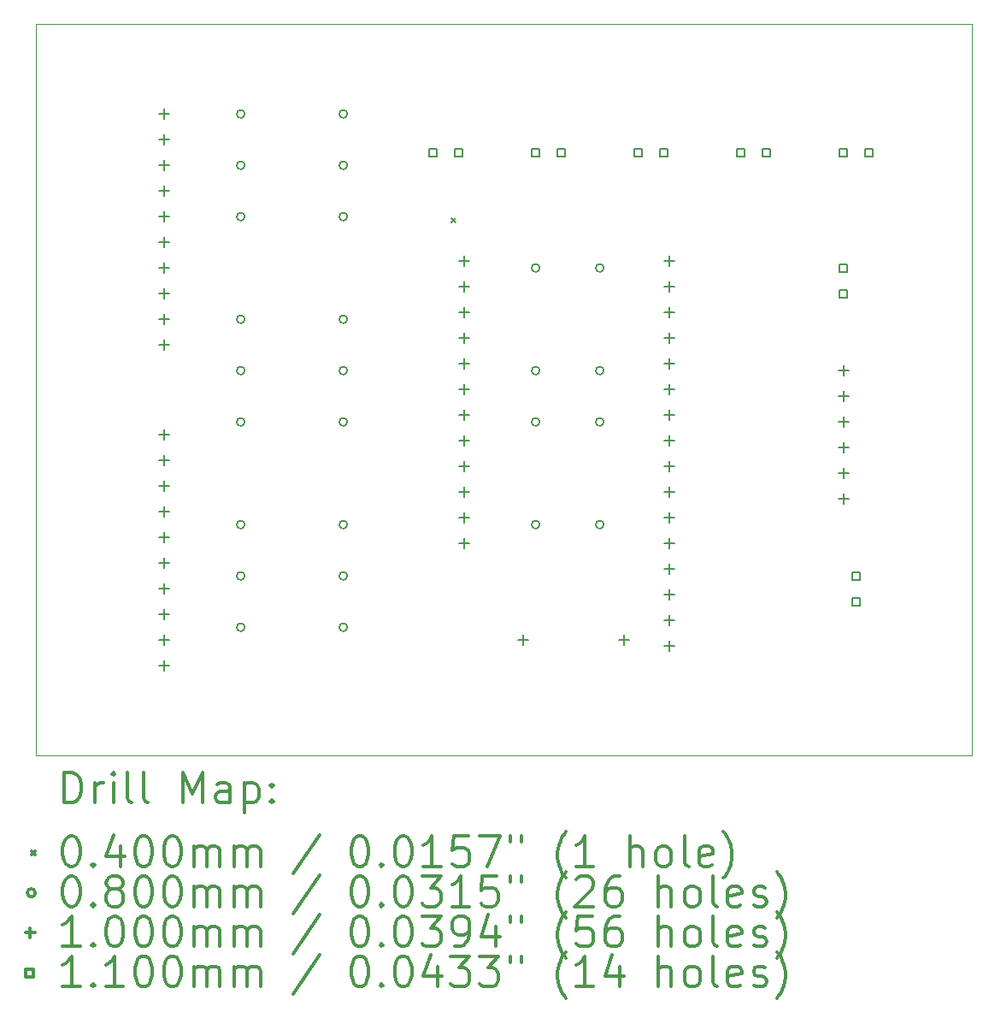
<source format=gbr>
%FSLAX45Y45*%
G04 Gerber Fmt 4.5, Leading zero omitted, Abs format (unit mm)*
G04 Created by KiCad (PCBNEW (5.1.10)-1) date 2021-06-12 21:44:27*
%MOMM*%
%LPD*%
G01*
G04 APERTURE LIST*
%TA.AperFunction,Profile*%
%ADD10C,0.050000*%
%TD*%
%ADD11C,0.200000*%
%ADD12C,0.300000*%
G04 APERTURE END LIST*
D10*
X9398000Y-12319000D02*
X9398000Y-5080000D01*
X18669000Y-12319000D02*
X9398000Y-12319000D01*
X18669000Y-5080000D02*
X18669000Y-12319000D01*
X9398000Y-5080000D02*
X18669000Y-5080000D01*
D11*
X13517340Y-7001400D02*
X13557340Y-7041400D01*
X13557340Y-7001400D02*
X13517340Y-7041400D01*
X11470000Y-5969000D02*
G75*
G03*
X11470000Y-5969000I-40000J0D01*
G01*
X11470000Y-6477000D02*
G75*
G03*
X11470000Y-6477000I-40000J0D01*
G01*
X11470000Y-6985000D02*
G75*
G03*
X11470000Y-6985000I-40000J0D01*
G01*
X11470000Y-8001000D02*
G75*
G03*
X11470000Y-8001000I-40000J0D01*
G01*
X11470000Y-8509000D02*
G75*
G03*
X11470000Y-8509000I-40000J0D01*
G01*
X11470000Y-9017000D02*
G75*
G03*
X11470000Y-9017000I-40000J0D01*
G01*
X11470000Y-10033000D02*
G75*
G03*
X11470000Y-10033000I-40000J0D01*
G01*
X11470000Y-10541000D02*
G75*
G03*
X11470000Y-10541000I-40000J0D01*
G01*
X11470000Y-11049000D02*
G75*
G03*
X11470000Y-11049000I-40000J0D01*
G01*
X12486000Y-5969000D02*
G75*
G03*
X12486000Y-5969000I-40000J0D01*
G01*
X12486000Y-6477000D02*
G75*
G03*
X12486000Y-6477000I-40000J0D01*
G01*
X12486000Y-6985000D02*
G75*
G03*
X12486000Y-6985000I-40000J0D01*
G01*
X12486000Y-8001000D02*
G75*
G03*
X12486000Y-8001000I-40000J0D01*
G01*
X12486000Y-8509000D02*
G75*
G03*
X12486000Y-8509000I-40000J0D01*
G01*
X12486000Y-9017000D02*
G75*
G03*
X12486000Y-9017000I-40000J0D01*
G01*
X12486000Y-10033000D02*
G75*
G03*
X12486000Y-10033000I-40000J0D01*
G01*
X12486000Y-10541000D02*
G75*
G03*
X12486000Y-10541000I-40000J0D01*
G01*
X12486000Y-11049000D02*
G75*
G03*
X12486000Y-11049000I-40000J0D01*
G01*
X14391000Y-7493000D02*
G75*
G03*
X14391000Y-7493000I-40000J0D01*
G01*
X14391000Y-8509000D02*
G75*
G03*
X14391000Y-8509000I-40000J0D01*
G01*
X14391000Y-9017000D02*
G75*
G03*
X14391000Y-9017000I-40000J0D01*
G01*
X14391000Y-10033000D02*
G75*
G03*
X14391000Y-10033000I-40000J0D01*
G01*
X15026000Y-7493000D02*
G75*
G03*
X15026000Y-7493000I-40000J0D01*
G01*
X15026000Y-8509000D02*
G75*
G03*
X15026000Y-8509000I-40000J0D01*
G01*
X15026000Y-9017000D02*
G75*
G03*
X15026000Y-9017000I-40000J0D01*
G01*
X15026000Y-10033000D02*
G75*
G03*
X15026000Y-10033000I-40000J0D01*
G01*
X10668000Y-5919000D02*
X10668000Y-6019000D01*
X10618000Y-5969000D02*
X10718000Y-5969000D01*
X10668000Y-6173000D02*
X10668000Y-6273000D01*
X10618000Y-6223000D02*
X10718000Y-6223000D01*
X10668000Y-6427000D02*
X10668000Y-6527000D01*
X10618000Y-6477000D02*
X10718000Y-6477000D01*
X10668000Y-6681000D02*
X10668000Y-6781000D01*
X10618000Y-6731000D02*
X10718000Y-6731000D01*
X10668000Y-6935000D02*
X10668000Y-7035000D01*
X10618000Y-6985000D02*
X10718000Y-6985000D01*
X10668000Y-7189000D02*
X10668000Y-7289000D01*
X10618000Y-7239000D02*
X10718000Y-7239000D01*
X10668000Y-7443000D02*
X10668000Y-7543000D01*
X10618000Y-7493000D02*
X10718000Y-7493000D01*
X10668000Y-7697000D02*
X10668000Y-7797000D01*
X10618000Y-7747000D02*
X10718000Y-7747000D01*
X10668000Y-7951000D02*
X10668000Y-8051000D01*
X10618000Y-8001000D02*
X10718000Y-8001000D01*
X10668000Y-8205000D02*
X10668000Y-8305000D01*
X10618000Y-8255000D02*
X10718000Y-8255000D01*
X10668000Y-9094000D02*
X10668000Y-9194000D01*
X10618000Y-9144000D02*
X10718000Y-9144000D01*
X10668000Y-9348000D02*
X10668000Y-9448000D01*
X10618000Y-9398000D02*
X10718000Y-9398000D01*
X10668000Y-9602000D02*
X10668000Y-9702000D01*
X10618000Y-9652000D02*
X10718000Y-9652000D01*
X10668000Y-9856000D02*
X10668000Y-9956000D01*
X10618000Y-9906000D02*
X10718000Y-9906000D01*
X10668000Y-10110000D02*
X10668000Y-10210000D01*
X10618000Y-10160000D02*
X10718000Y-10160000D01*
X10668000Y-10364000D02*
X10668000Y-10464000D01*
X10618000Y-10414000D02*
X10718000Y-10414000D01*
X10668000Y-10618000D02*
X10668000Y-10718000D01*
X10618000Y-10668000D02*
X10718000Y-10668000D01*
X10668000Y-10872000D02*
X10668000Y-10972000D01*
X10618000Y-10922000D02*
X10718000Y-10922000D01*
X10668000Y-11126000D02*
X10668000Y-11226000D01*
X10618000Y-11176000D02*
X10718000Y-11176000D01*
X10668000Y-11380000D02*
X10668000Y-11480000D01*
X10618000Y-11430000D02*
X10718000Y-11430000D01*
X13644500Y-7371500D02*
X13644500Y-7471500D01*
X13594500Y-7421500D02*
X13694500Y-7421500D01*
X13644500Y-7625500D02*
X13644500Y-7725500D01*
X13594500Y-7675500D02*
X13694500Y-7675500D01*
X13644500Y-7879500D02*
X13644500Y-7979500D01*
X13594500Y-7929500D02*
X13694500Y-7929500D01*
X13644500Y-8133500D02*
X13644500Y-8233500D01*
X13594500Y-8183500D02*
X13694500Y-8183500D01*
X13644500Y-8387500D02*
X13644500Y-8487500D01*
X13594500Y-8437500D02*
X13694500Y-8437500D01*
X13644500Y-8641500D02*
X13644500Y-8741500D01*
X13594500Y-8691500D02*
X13694500Y-8691500D01*
X13644500Y-8895500D02*
X13644500Y-8995500D01*
X13594500Y-8945500D02*
X13694500Y-8945500D01*
X13644500Y-9149500D02*
X13644500Y-9249500D01*
X13594500Y-9199500D02*
X13694500Y-9199500D01*
X13644500Y-9403500D02*
X13644500Y-9503500D01*
X13594500Y-9453500D02*
X13694500Y-9453500D01*
X13644500Y-9657500D02*
X13644500Y-9757500D01*
X13594500Y-9707500D02*
X13694500Y-9707500D01*
X13644500Y-9911500D02*
X13644500Y-10011500D01*
X13594500Y-9961500D02*
X13694500Y-9961500D01*
X13644500Y-10165500D02*
X13644500Y-10265500D01*
X13594500Y-10215500D02*
X13694500Y-10215500D01*
X14224000Y-11126000D02*
X14224000Y-11226000D01*
X14174000Y-11176000D02*
X14274000Y-11176000D01*
X15224000Y-11126000D02*
X15224000Y-11226000D01*
X15174000Y-11176000D02*
X15274000Y-11176000D01*
X15676500Y-7371500D02*
X15676500Y-7471500D01*
X15626500Y-7421500D02*
X15726500Y-7421500D01*
X15676500Y-7625500D02*
X15676500Y-7725500D01*
X15626500Y-7675500D02*
X15726500Y-7675500D01*
X15676500Y-7879500D02*
X15676500Y-7979500D01*
X15626500Y-7929500D02*
X15726500Y-7929500D01*
X15676500Y-8133500D02*
X15676500Y-8233500D01*
X15626500Y-8183500D02*
X15726500Y-8183500D01*
X15676500Y-8387500D02*
X15676500Y-8487500D01*
X15626500Y-8437500D02*
X15726500Y-8437500D01*
X15676500Y-8641500D02*
X15676500Y-8741500D01*
X15626500Y-8691500D02*
X15726500Y-8691500D01*
X15676500Y-8895500D02*
X15676500Y-8995500D01*
X15626500Y-8945500D02*
X15726500Y-8945500D01*
X15676500Y-9149500D02*
X15676500Y-9249500D01*
X15626500Y-9199500D02*
X15726500Y-9199500D01*
X15676500Y-9403500D02*
X15676500Y-9503500D01*
X15626500Y-9453500D02*
X15726500Y-9453500D01*
X15676500Y-9657500D02*
X15676500Y-9757500D01*
X15626500Y-9707500D02*
X15726500Y-9707500D01*
X15676500Y-9911500D02*
X15676500Y-10011500D01*
X15626500Y-9961500D02*
X15726500Y-9961500D01*
X15676500Y-10165500D02*
X15676500Y-10265500D01*
X15626500Y-10215500D02*
X15726500Y-10215500D01*
X15676500Y-10419500D02*
X15676500Y-10519500D01*
X15626500Y-10469500D02*
X15726500Y-10469500D01*
X15676500Y-10673500D02*
X15676500Y-10773500D01*
X15626500Y-10723500D02*
X15726500Y-10723500D01*
X15676500Y-10927500D02*
X15676500Y-11027500D01*
X15626500Y-10977500D02*
X15726500Y-10977500D01*
X15676500Y-11181500D02*
X15676500Y-11281500D01*
X15626500Y-11231500D02*
X15726500Y-11231500D01*
X17399000Y-8459000D02*
X17399000Y-8559000D01*
X17349000Y-8509000D02*
X17449000Y-8509000D01*
X17399000Y-8713000D02*
X17399000Y-8813000D01*
X17349000Y-8763000D02*
X17449000Y-8763000D01*
X17399000Y-8967000D02*
X17399000Y-9067000D01*
X17349000Y-9017000D02*
X17449000Y-9017000D01*
X17399000Y-9221000D02*
X17399000Y-9321000D01*
X17349000Y-9271000D02*
X17449000Y-9271000D01*
X17399000Y-9475000D02*
X17399000Y-9575000D01*
X17349000Y-9525000D02*
X17449000Y-9525000D01*
X17399000Y-9729000D02*
X17399000Y-9829000D01*
X17349000Y-9779000D02*
X17449000Y-9779000D01*
X13373891Y-6388891D02*
X13373891Y-6311109D01*
X13296109Y-6311109D01*
X13296109Y-6388891D01*
X13373891Y-6388891D01*
X13627891Y-6388891D02*
X13627891Y-6311109D01*
X13550109Y-6311109D01*
X13550109Y-6388891D01*
X13627891Y-6388891D01*
X14389891Y-6388891D02*
X14389891Y-6311109D01*
X14312109Y-6311109D01*
X14312109Y-6388891D01*
X14389891Y-6388891D01*
X14643891Y-6388891D02*
X14643891Y-6311109D01*
X14566109Y-6311109D01*
X14566109Y-6388891D01*
X14643891Y-6388891D01*
X15405891Y-6388891D02*
X15405891Y-6311109D01*
X15328109Y-6311109D01*
X15328109Y-6388891D01*
X15405891Y-6388891D01*
X15659891Y-6388891D02*
X15659891Y-6311109D01*
X15582109Y-6311109D01*
X15582109Y-6388891D01*
X15659891Y-6388891D01*
X16421891Y-6388891D02*
X16421891Y-6311109D01*
X16344109Y-6311109D01*
X16344109Y-6388891D01*
X16421891Y-6388891D01*
X16675891Y-6388891D02*
X16675891Y-6311109D01*
X16598109Y-6311109D01*
X16598109Y-6388891D01*
X16675891Y-6388891D01*
X17437891Y-6388891D02*
X17437891Y-6311109D01*
X17360109Y-6311109D01*
X17360109Y-6388891D01*
X17437891Y-6388891D01*
X17437891Y-7531891D02*
X17437891Y-7454109D01*
X17360109Y-7454109D01*
X17360109Y-7531891D01*
X17437891Y-7531891D01*
X17437891Y-7785891D02*
X17437891Y-7708109D01*
X17360109Y-7708109D01*
X17360109Y-7785891D01*
X17437891Y-7785891D01*
X17564891Y-10579891D02*
X17564891Y-10502109D01*
X17487109Y-10502109D01*
X17487109Y-10579891D01*
X17564891Y-10579891D01*
X17564891Y-10833891D02*
X17564891Y-10756109D01*
X17487109Y-10756109D01*
X17487109Y-10833891D01*
X17564891Y-10833891D01*
X17691891Y-6388891D02*
X17691891Y-6311109D01*
X17614109Y-6311109D01*
X17614109Y-6388891D01*
X17691891Y-6388891D01*
D12*
X9681928Y-12787214D02*
X9681928Y-12487214D01*
X9753357Y-12487214D01*
X9796214Y-12501500D01*
X9824786Y-12530071D01*
X9839071Y-12558643D01*
X9853357Y-12615786D01*
X9853357Y-12658643D01*
X9839071Y-12715786D01*
X9824786Y-12744357D01*
X9796214Y-12772929D01*
X9753357Y-12787214D01*
X9681928Y-12787214D01*
X9981928Y-12787214D02*
X9981928Y-12587214D01*
X9981928Y-12644357D02*
X9996214Y-12615786D01*
X10010500Y-12601500D01*
X10039071Y-12587214D01*
X10067643Y-12587214D01*
X10167643Y-12787214D02*
X10167643Y-12587214D01*
X10167643Y-12487214D02*
X10153357Y-12501500D01*
X10167643Y-12515786D01*
X10181928Y-12501500D01*
X10167643Y-12487214D01*
X10167643Y-12515786D01*
X10353357Y-12787214D02*
X10324786Y-12772929D01*
X10310500Y-12744357D01*
X10310500Y-12487214D01*
X10510500Y-12787214D02*
X10481928Y-12772929D01*
X10467643Y-12744357D01*
X10467643Y-12487214D01*
X10853357Y-12787214D02*
X10853357Y-12487214D01*
X10953357Y-12701500D01*
X11053357Y-12487214D01*
X11053357Y-12787214D01*
X11324786Y-12787214D02*
X11324786Y-12630071D01*
X11310500Y-12601500D01*
X11281928Y-12587214D01*
X11224786Y-12587214D01*
X11196214Y-12601500D01*
X11324786Y-12772929D02*
X11296214Y-12787214D01*
X11224786Y-12787214D01*
X11196214Y-12772929D01*
X11181928Y-12744357D01*
X11181928Y-12715786D01*
X11196214Y-12687214D01*
X11224786Y-12672929D01*
X11296214Y-12672929D01*
X11324786Y-12658643D01*
X11467643Y-12587214D02*
X11467643Y-12887214D01*
X11467643Y-12601500D02*
X11496214Y-12587214D01*
X11553357Y-12587214D01*
X11581928Y-12601500D01*
X11596214Y-12615786D01*
X11610500Y-12644357D01*
X11610500Y-12730071D01*
X11596214Y-12758643D01*
X11581928Y-12772929D01*
X11553357Y-12787214D01*
X11496214Y-12787214D01*
X11467643Y-12772929D01*
X11739071Y-12758643D02*
X11753357Y-12772929D01*
X11739071Y-12787214D01*
X11724786Y-12772929D01*
X11739071Y-12758643D01*
X11739071Y-12787214D01*
X11739071Y-12601500D02*
X11753357Y-12615786D01*
X11739071Y-12630071D01*
X11724786Y-12615786D01*
X11739071Y-12601500D01*
X11739071Y-12630071D01*
X9355500Y-13261500D02*
X9395500Y-13301500D01*
X9395500Y-13261500D02*
X9355500Y-13301500D01*
X9739071Y-13117214D02*
X9767643Y-13117214D01*
X9796214Y-13131500D01*
X9810500Y-13145786D01*
X9824786Y-13174357D01*
X9839071Y-13231500D01*
X9839071Y-13302929D01*
X9824786Y-13360071D01*
X9810500Y-13388643D01*
X9796214Y-13402929D01*
X9767643Y-13417214D01*
X9739071Y-13417214D01*
X9710500Y-13402929D01*
X9696214Y-13388643D01*
X9681928Y-13360071D01*
X9667643Y-13302929D01*
X9667643Y-13231500D01*
X9681928Y-13174357D01*
X9696214Y-13145786D01*
X9710500Y-13131500D01*
X9739071Y-13117214D01*
X9967643Y-13388643D02*
X9981928Y-13402929D01*
X9967643Y-13417214D01*
X9953357Y-13402929D01*
X9967643Y-13388643D01*
X9967643Y-13417214D01*
X10239071Y-13217214D02*
X10239071Y-13417214D01*
X10167643Y-13102929D02*
X10096214Y-13317214D01*
X10281928Y-13317214D01*
X10453357Y-13117214D02*
X10481928Y-13117214D01*
X10510500Y-13131500D01*
X10524786Y-13145786D01*
X10539071Y-13174357D01*
X10553357Y-13231500D01*
X10553357Y-13302929D01*
X10539071Y-13360071D01*
X10524786Y-13388643D01*
X10510500Y-13402929D01*
X10481928Y-13417214D01*
X10453357Y-13417214D01*
X10424786Y-13402929D01*
X10410500Y-13388643D01*
X10396214Y-13360071D01*
X10381928Y-13302929D01*
X10381928Y-13231500D01*
X10396214Y-13174357D01*
X10410500Y-13145786D01*
X10424786Y-13131500D01*
X10453357Y-13117214D01*
X10739071Y-13117214D02*
X10767643Y-13117214D01*
X10796214Y-13131500D01*
X10810500Y-13145786D01*
X10824786Y-13174357D01*
X10839071Y-13231500D01*
X10839071Y-13302929D01*
X10824786Y-13360071D01*
X10810500Y-13388643D01*
X10796214Y-13402929D01*
X10767643Y-13417214D01*
X10739071Y-13417214D01*
X10710500Y-13402929D01*
X10696214Y-13388643D01*
X10681928Y-13360071D01*
X10667643Y-13302929D01*
X10667643Y-13231500D01*
X10681928Y-13174357D01*
X10696214Y-13145786D01*
X10710500Y-13131500D01*
X10739071Y-13117214D01*
X10967643Y-13417214D02*
X10967643Y-13217214D01*
X10967643Y-13245786D02*
X10981928Y-13231500D01*
X11010500Y-13217214D01*
X11053357Y-13217214D01*
X11081928Y-13231500D01*
X11096214Y-13260071D01*
X11096214Y-13417214D01*
X11096214Y-13260071D02*
X11110500Y-13231500D01*
X11139071Y-13217214D01*
X11181928Y-13217214D01*
X11210500Y-13231500D01*
X11224786Y-13260071D01*
X11224786Y-13417214D01*
X11367643Y-13417214D02*
X11367643Y-13217214D01*
X11367643Y-13245786D02*
X11381928Y-13231500D01*
X11410500Y-13217214D01*
X11453357Y-13217214D01*
X11481928Y-13231500D01*
X11496214Y-13260071D01*
X11496214Y-13417214D01*
X11496214Y-13260071D02*
X11510500Y-13231500D01*
X11539071Y-13217214D01*
X11581928Y-13217214D01*
X11610500Y-13231500D01*
X11624786Y-13260071D01*
X11624786Y-13417214D01*
X12210500Y-13102929D02*
X11953357Y-13488643D01*
X12596214Y-13117214D02*
X12624786Y-13117214D01*
X12653357Y-13131500D01*
X12667643Y-13145786D01*
X12681928Y-13174357D01*
X12696214Y-13231500D01*
X12696214Y-13302929D01*
X12681928Y-13360071D01*
X12667643Y-13388643D01*
X12653357Y-13402929D01*
X12624786Y-13417214D01*
X12596214Y-13417214D01*
X12567643Y-13402929D01*
X12553357Y-13388643D01*
X12539071Y-13360071D01*
X12524786Y-13302929D01*
X12524786Y-13231500D01*
X12539071Y-13174357D01*
X12553357Y-13145786D01*
X12567643Y-13131500D01*
X12596214Y-13117214D01*
X12824786Y-13388643D02*
X12839071Y-13402929D01*
X12824786Y-13417214D01*
X12810500Y-13402929D01*
X12824786Y-13388643D01*
X12824786Y-13417214D01*
X13024786Y-13117214D02*
X13053357Y-13117214D01*
X13081928Y-13131500D01*
X13096214Y-13145786D01*
X13110500Y-13174357D01*
X13124786Y-13231500D01*
X13124786Y-13302929D01*
X13110500Y-13360071D01*
X13096214Y-13388643D01*
X13081928Y-13402929D01*
X13053357Y-13417214D01*
X13024786Y-13417214D01*
X12996214Y-13402929D01*
X12981928Y-13388643D01*
X12967643Y-13360071D01*
X12953357Y-13302929D01*
X12953357Y-13231500D01*
X12967643Y-13174357D01*
X12981928Y-13145786D01*
X12996214Y-13131500D01*
X13024786Y-13117214D01*
X13410500Y-13417214D02*
X13239071Y-13417214D01*
X13324786Y-13417214D02*
X13324786Y-13117214D01*
X13296214Y-13160071D01*
X13267643Y-13188643D01*
X13239071Y-13202929D01*
X13681928Y-13117214D02*
X13539071Y-13117214D01*
X13524786Y-13260071D01*
X13539071Y-13245786D01*
X13567643Y-13231500D01*
X13639071Y-13231500D01*
X13667643Y-13245786D01*
X13681928Y-13260071D01*
X13696214Y-13288643D01*
X13696214Y-13360071D01*
X13681928Y-13388643D01*
X13667643Y-13402929D01*
X13639071Y-13417214D01*
X13567643Y-13417214D01*
X13539071Y-13402929D01*
X13524786Y-13388643D01*
X13796214Y-13117214D02*
X13996214Y-13117214D01*
X13867643Y-13417214D01*
X14096214Y-13117214D02*
X14096214Y-13174357D01*
X14210500Y-13117214D02*
X14210500Y-13174357D01*
X14653357Y-13531500D02*
X14639071Y-13517214D01*
X14610500Y-13474357D01*
X14596214Y-13445786D01*
X14581928Y-13402929D01*
X14567643Y-13331500D01*
X14567643Y-13274357D01*
X14581928Y-13202929D01*
X14596214Y-13160071D01*
X14610500Y-13131500D01*
X14639071Y-13088643D01*
X14653357Y-13074357D01*
X14924786Y-13417214D02*
X14753357Y-13417214D01*
X14839071Y-13417214D02*
X14839071Y-13117214D01*
X14810500Y-13160071D01*
X14781928Y-13188643D01*
X14753357Y-13202929D01*
X15281928Y-13417214D02*
X15281928Y-13117214D01*
X15410500Y-13417214D02*
X15410500Y-13260071D01*
X15396214Y-13231500D01*
X15367643Y-13217214D01*
X15324786Y-13217214D01*
X15296214Y-13231500D01*
X15281928Y-13245786D01*
X15596214Y-13417214D02*
X15567643Y-13402929D01*
X15553357Y-13388643D01*
X15539071Y-13360071D01*
X15539071Y-13274357D01*
X15553357Y-13245786D01*
X15567643Y-13231500D01*
X15596214Y-13217214D01*
X15639071Y-13217214D01*
X15667643Y-13231500D01*
X15681928Y-13245786D01*
X15696214Y-13274357D01*
X15696214Y-13360071D01*
X15681928Y-13388643D01*
X15667643Y-13402929D01*
X15639071Y-13417214D01*
X15596214Y-13417214D01*
X15867643Y-13417214D02*
X15839071Y-13402929D01*
X15824786Y-13374357D01*
X15824786Y-13117214D01*
X16096214Y-13402929D02*
X16067643Y-13417214D01*
X16010500Y-13417214D01*
X15981928Y-13402929D01*
X15967643Y-13374357D01*
X15967643Y-13260071D01*
X15981928Y-13231500D01*
X16010500Y-13217214D01*
X16067643Y-13217214D01*
X16096214Y-13231500D01*
X16110500Y-13260071D01*
X16110500Y-13288643D01*
X15967643Y-13317214D01*
X16210500Y-13531500D02*
X16224786Y-13517214D01*
X16253357Y-13474357D01*
X16267643Y-13445786D01*
X16281928Y-13402929D01*
X16296214Y-13331500D01*
X16296214Y-13274357D01*
X16281928Y-13202929D01*
X16267643Y-13160071D01*
X16253357Y-13131500D01*
X16224786Y-13088643D01*
X16210500Y-13074357D01*
X9395500Y-13677500D02*
G75*
G03*
X9395500Y-13677500I-40000J0D01*
G01*
X9739071Y-13513214D02*
X9767643Y-13513214D01*
X9796214Y-13527500D01*
X9810500Y-13541786D01*
X9824786Y-13570357D01*
X9839071Y-13627500D01*
X9839071Y-13698929D01*
X9824786Y-13756071D01*
X9810500Y-13784643D01*
X9796214Y-13798929D01*
X9767643Y-13813214D01*
X9739071Y-13813214D01*
X9710500Y-13798929D01*
X9696214Y-13784643D01*
X9681928Y-13756071D01*
X9667643Y-13698929D01*
X9667643Y-13627500D01*
X9681928Y-13570357D01*
X9696214Y-13541786D01*
X9710500Y-13527500D01*
X9739071Y-13513214D01*
X9967643Y-13784643D02*
X9981928Y-13798929D01*
X9967643Y-13813214D01*
X9953357Y-13798929D01*
X9967643Y-13784643D01*
X9967643Y-13813214D01*
X10153357Y-13641786D02*
X10124786Y-13627500D01*
X10110500Y-13613214D01*
X10096214Y-13584643D01*
X10096214Y-13570357D01*
X10110500Y-13541786D01*
X10124786Y-13527500D01*
X10153357Y-13513214D01*
X10210500Y-13513214D01*
X10239071Y-13527500D01*
X10253357Y-13541786D01*
X10267643Y-13570357D01*
X10267643Y-13584643D01*
X10253357Y-13613214D01*
X10239071Y-13627500D01*
X10210500Y-13641786D01*
X10153357Y-13641786D01*
X10124786Y-13656071D01*
X10110500Y-13670357D01*
X10096214Y-13698929D01*
X10096214Y-13756071D01*
X10110500Y-13784643D01*
X10124786Y-13798929D01*
X10153357Y-13813214D01*
X10210500Y-13813214D01*
X10239071Y-13798929D01*
X10253357Y-13784643D01*
X10267643Y-13756071D01*
X10267643Y-13698929D01*
X10253357Y-13670357D01*
X10239071Y-13656071D01*
X10210500Y-13641786D01*
X10453357Y-13513214D02*
X10481928Y-13513214D01*
X10510500Y-13527500D01*
X10524786Y-13541786D01*
X10539071Y-13570357D01*
X10553357Y-13627500D01*
X10553357Y-13698929D01*
X10539071Y-13756071D01*
X10524786Y-13784643D01*
X10510500Y-13798929D01*
X10481928Y-13813214D01*
X10453357Y-13813214D01*
X10424786Y-13798929D01*
X10410500Y-13784643D01*
X10396214Y-13756071D01*
X10381928Y-13698929D01*
X10381928Y-13627500D01*
X10396214Y-13570357D01*
X10410500Y-13541786D01*
X10424786Y-13527500D01*
X10453357Y-13513214D01*
X10739071Y-13513214D02*
X10767643Y-13513214D01*
X10796214Y-13527500D01*
X10810500Y-13541786D01*
X10824786Y-13570357D01*
X10839071Y-13627500D01*
X10839071Y-13698929D01*
X10824786Y-13756071D01*
X10810500Y-13784643D01*
X10796214Y-13798929D01*
X10767643Y-13813214D01*
X10739071Y-13813214D01*
X10710500Y-13798929D01*
X10696214Y-13784643D01*
X10681928Y-13756071D01*
X10667643Y-13698929D01*
X10667643Y-13627500D01*
X10681928Y-13570357D01*
X10696214Y-13541786D01*
X10710500Y-13527500D01*
X10739071Y-13513214D01*
X10967643Y-13813214D02*
X10967643Y-13613214D01*
X10967643Y-13641786D02*
X10981928Y-13627500D01*
X11010500Y-13613214D01*
X11053357Y-13613214D01*
X11081928Y-13627500D01*
X11096214Y-13656071D01*
X11096214Y-13813214D01*
X11096214Y-13656071D02*
X11110500Y-13627500D01*
X11139071Y-13613214D01*
X11181928Y-13613214D01*
X11210500Y-13627500D01*
X11224786Y-13656071D01*
X11224786Y-13813214D01*
X11367643Y-13813214D02*
X11367643Y-13613214D01*
X11367643Y-13641786D02*
X11381928Y-13627500D01*
X11410500Y-13613214D01*
X11453357Y-13613214D01*
X11481928Y-13627500D01*
X11496214Y-13656071D01*
X11496214Y-13813214D01*
X11496214Y-13656071D02*
X11510500Y-13627500D01*
X11539071Y-13613214D01*
X11581928Y-13613214D01*
X11610500Y-13627500D01*
X11624786Y-13656071D01*
X11624786Y-13813214D01*
X12210500Y-13498929D02*
X11953357Y-13884643D01*
X12596214Y-13513214D02*
X12624786Y-13513214D01*
X12653357Y-13527500D01*
X12667643Y-13541786D01*
X12681928Y-13570357D01*
X12696214Y-13627500D01*
X12696214Y-13698929D01*
X12681928Y-13756071D01*
X12667643Y-13784643D01*
X12653357Y-13798929D01*
X12624786Y-13813214D01*
X12596214Y-13813214D01*
X12567643Y-13798929D01*
X12553357Y-13784643D01*
X12539071Y-13756071D01*
X12524786Y-13698929D01*
X12524786Y-13627500D01*
X12539071Y-13570357D01*
X12553357Y-13541786D01*
X12567643Y-13527500D01*
X12596214Y-13513214D01*
X12824786Y-13784643D02*
X12839071Y-13798929D01*
X12824786Y-13813214D01*
X12810500Y-13798929D01*
X12824786Y-13784643D01*
X12824786Y-13813214D01*
X13024786Y-13513214D02*
X13053357Y-13513214D01*
X13081928Y-13527500D01*
X13096214Y-13541786D01*
X13110500Y-13570357D01*
X13124786Y-13627500D01*
X13124786Y-13698929D01*
X13110500Y-13756071D01*
X13096214Y-13784643D01*
X13081928Y-13798929D01*
X13053357Y-13813214D01*
X13024786Y-13813214D01*
X12996214Y-13798929D01*
X12981928Y-13784643D01*
X12967643Y-13756071D01*
X12953357Y-13698929D01*
X12953357Y-13627500D01*
X12967643Y-13570357D01*
X12981928Y-13541786D01*
X12996214Y-13527500D01*
X13024786Y-13513214D01*
X13224786Y-13513214D02*
X13410500Y-13513214D01*
X13310500Y-13627500D01*
X13353357Y-13627500D01*
X13381928Y-13641786D01*
X13396214Y-13656071D01*
X13410500Y-13684643D01*
X13410500Y-13756071D01*
X13396214Y-13784643D01*
X13381928Y-13798929D01*
X13353357Y-13813214D01*
X13267643Y-13813214D01*
X13239071Y-13798929D01*
X13224786Y-13784643D01*
X13696214Y-13813214D02*
X13524786Y-13813214D01*
X13610500Y-13813214D02*
X13610500Y-13513214D01*
X13581928Y-13556071D01*
X13553357Y-13584643D01*
X13524786Y-13598929D01*
X13967643Y-13513214D02*
X13824786Y-13513214D01*
X13810500Y-13656071D01*
X13824786Y-13641786D01*
X13853357Y-13627500D01*
X13924786Y-13627500D01*
X13953357Y-13641786D01*
X13967643Y-13656071D01*
X13981928Y-13684643D01*
X13981928Y-13756071D01*
X13967643Y-13784643D01*
X13953357Y-13798929D01*
X13924786Y-13813214D01*
X13853357Y-13813214D01*
X13824786Y-13798929D01*
X13810500Y-13784643D01*
X14096214Y-13513214D02*
X14096214Y-13570357D01*
X14210500Y-13513214D02*
X14210500Y-13570357D01*
X14653357Y-13927500D02*
X14639071Y-13913214D01*
X14610500Y-13870357D01*
X14596214Y-13841786D01*
X14581928Y-13798929D01*
X14567643Y-13727500D01*
X14567643Y-13670357D01*
X14581928Y-13598929D01*
X14596214Y-13556071D01*
X14610500Y-13527500D01*
X14639071Y-13484643D01*
X14653357Y-13470357D01*
X14753357Y-13541786D02*
X14767643Y-13527500D01*
X14796214Y-13513214D01*
X14867643Y-13513214D01*
X14896214Y-13527500D01*
X14910500Y-13541786D01*
X14924786Y-13570357D01*
X14924786Y-13598929D01*
X14910500Y-13641786D01*
X14739071Y-13813214D01*
X14924786Y-13813214D01*
X15181928Y-13513214D02*
X15124786Y-13513214D01*
X15096214Y-13527500D01*
X15081928Y-13541786D01*
X15053357Y-13584643D01*
X15039071Y-13641786D01*
X15039071Y-13756071D01*
X15053357Y-13784643D01*
X15067643Y-13798929D01*
X15096214Y-13813214D01*
X15153357Y-13813214D01*
X15181928Y-13798929D01*
X15196214Y-13784643D01*
X15210500Y-13756071D01*
X15210500Y-13684643D01*
X15196214Y-13656071D01*
X15181928Y-13641786D01*
X15153357Y-13627500D01*
X15096214Y-13627500D01*
X15067643Y-13641786D01*
X15053357Y-13656071D01*
X15039071Y-13684643D01*
X15567643Y-13813214D02*
X15567643Y-13513214D01*
X15696214Y-13813214D02*
X15696214Y-13656071D01*
X15681928Y-13627500D01*
X15653357Y-13613214D01*
X15610500Y-13613214D01*
X15581928Y-13627500D01*
X15567643Y-13641786D01*
X15881928Y-13813214D02*
X15853357Y-13798929D01*
X15839071Y-13784643D01*
X15824786Y-13756071D01*
X15824786Y-13670357D01*
X15839071Y-13641786D01*
X15853357Y-13627500D01*
X15881928Y-13613214D01*
X15924786Y-13613214D01*
X15953357Y-13627500D01*
X15967643Y-13641786D01*
X15981928Y-13670357D01*
X15981928Y-13756071D01*
X15967643Y-13784643D01*
X15953357Y-13798929D01*
X15924786Y-13813214D01*
X15881928Y-13813214D01*
X16153357Y-13813214D02*
X16124786Y-13798929D01*
X16110500Y-13770357D01*
X16110500Y-13513214D01*
X16381928Y-13798929D02*
X16353357Y-13813214D01*
X16296214Y-13813214D01*
X16267643Y-13798929D01*
X16253357Y-13770357D01*
X16253357Y-13656071D01*
X16267643Y-13627500D01*
X16296214Y-13613214D01*
X16353357Y-13613214D01*
X16381928Y-13627500D01*
X16396214Y-13656071D01*
X16396214Y-13684643D01*
X16253357Y-13713214D01*
X16510500Y-13798929D02*
X16539071Y-13813214D01*
X16596214Y-13813214D01*
X16624786Y-13798929D01*
X16639071Y-13770357D01*
X16639071Y-13756071D01*
X16624786Y-13727500D01*
X16596214Y-13713214D01*
X16553357Y-13713214D01*
X16524786Y-13698929D01*
X16510500Y-13670357D01*
X16510500Y-13656071D01*
X16524786Y-13627500D01*
X16553357Y-13613214D01*
X16596214Y-13613214D01*
X16624786Y-13627500D01*
X16739071Y-13927500D02*
X16753357Y-13913214D01*
X16781928Y-13870357D01*
X16796214Y-13841786D01*
X16810500Y-13798929D01*
X16824786Y-13727500D01*
X16824786Y-13670357D01*
X16810500Y-13598929D01*
X16796214Y-13556071D01*
X16781928Y-13527500D01*
X16753357Y-13484643D01*
X16739071Y-13470357D01*
X9345500Y-14023500D02*
X9345500Y-14123500D01*
X9295500Y-14073500D02*
X9395500Y-14073500D01*
X9839071Y-14209214D02*
X9667643Y-14209214D01*
X9753357Y-14209214D02*
X9753357Y-13909214D01*
X9724786Y-13952071D01*
X9696214Y-13980643D01*
X9667643Y-13994929D01*
X9967643Y-14180643D02*
X9981928Y-14194929D01*
X9967643Y-14209214D01*
X9953357Y-14194929D01*
X9967643Y-14180643D01*
X9967643Y-14209214D01*
X10167643Y-13909214D02*
X10196214Y-13909214D01*
X10224786Y-13923500D01*
X10239071Y-13937786D01*
X10253357Y-13966357D01*
X10267643Y-14023500D01*
X10267643Y-14094929D01*
X10253357Y-14152071D01*
X10239071Y-14180643D01*
X10224786Y-14194929D01*
X10196214Y-14209214D01*
X10167643Y-14209214D01*
X10139071Y-14194929D01*
X10124786Y-14180643D01*
X10110500Y-14152071D01*
X10096214Y-14094929D01*
X10096214Y-14023500D01*
X10110500Y-13966357D01*
X10124786Y-13937786D01*
X10139071Y-13923500D01*
X10167643Y-13909214D01*
X10453357Y-13909214D02*
X10481928Y-13909214D01*
X10510500Y-13923500D01*
X10524786Y-13937786D01*
X10539071Y-13966357D01*
X10553357Y-14023500D01*
X10553357Y-14094929D01*
X10539071Y-14152071D01*
X10524786Y-14180643D01*
X10510500Y-14194929D01*
X10481928Y-14209214D01*
X10453357Y-14209214D01*
X10424786Y-14194929D01*
X10410500Y-14180643D01*
X10396214Y-14152071D01*
X10381928Y-14094929D01*
X10381928Y-14023500D01*
X10396214Y-13966357D01*
X10410500Y-13937786D01*
X10424786Y-13923500D01*
X10453357Y-13909214D01*
X10739071Y-13909214D02*
X10767643Y-13909214D01*
X10796214Y-13923500D01*
X10810500Y-13937786D01*
X10824786Y-13966357D01*
X10839071Y-14023500D01*
X10839071Y-14094929D01*
X10824786Y-14152071D01*
X10810500Y-14180643D01*
X10796214Y-14194929D01*
X10767643Y-14209214D01*
X10739071Y-14209214D01*
X10710500Y-14194929D01*
X10696214Y-14180643D01*
X10681928Y-14152071D01*
X10667643Y-14094929D01*
X10667643Y-14023500D01*
X10681928Y-13966357D01*
X10696214Y-13937786D01*
X10710500Y-13923500D01*
X10739071Y-13909214D01*
X10967643Y-14209214D02*
X10967643Y-14009214D01*
X10967643Y-14037786D02*
X10981928Y-14023500D01*
X11010500Y-14009214D01*
X11053357Y-14009214D01*
X11081928Y-14023500D01*
X11096214Y-14052071D01*
X11096214Y-14209214D01*
X11096214Y-14052071D02*
X11110500Y-14023500D01*
X11139071Y-14009214D01*
X11181928Y-14009214D01*
X11210500Y-14023500D01*
X11224786Y-14052071D01*
X11224786Y-14209214D01*
X11367643Y-14209214D02*
X11367643Y-14009214D01*
X11367643Y-14037786D02*
X11381928Y-14023500D01*
X11410500Y-14009214D01*
X11453357Y-14009214D01*
X11481928Y-14023500D01*
X11496214Y-14052071D01*
X11496214Y-14209214D01*
X11496214Y-14052071D02*
X11510500Y-14023500D01*
X11539071Y-14009214D01*
X11581928Y-14009214D01*
X11610500Y-14023500D01*
X11624786Y-14052071D01*
X11624786Y-14209214D01*
X12210500Y-13894929D02*
X11953357Y-14280643D01*
X12596214Y-13909214D02*
X12624786Y-13909214D01*
X12653357Y-13923500D01*
X12667643Y-13937786D01*
X12681928Y-13966357D01*
X12696214Y-14023500D01*
X12696214Y-14094929D01*
X12681928Y-14152071D01*
X12667643Y-14180643D01*
X12653357Y-14194929D01*
X12624786Y-14209214D01*
X12596214Y-14209214D01*
X12567643Y-14194929D01*
X12553357Y-14180643D01*
X12539071Y-14152071D01*
X12524786Y-14094929D01*
X12524786Y-14023500D01*
X12539071Y-13966357D01*
X12553357Y-13937786D01*
X12567643Y-13923500D01*
X12596214Y-13909214D01*
X12824786Y-14180643D02*
X12839071Y-14194929D01*
X12824786Y-14209214D01*
X12810500Y-14194929D01*
X12824786Y-14180643D01*
X12824786Y-14209214D01*
X13024786Y-13909214D02*
X13053357Y-13909214D01*
X13081928Y-13923500D01*
X13096214Y-13937786D01*
X13110500Y-13966357D01*
X13124786Y-14023500D01*
X13124786Y-14094929D01*
X13110500Y-14152071D01*
X13096214Y-14180643D01*
X13081928Y-14194929D01*
X13053357Y-14209214D01*
X13024786Y-14209214D01*
X12996214Y-14194929D01*
X12981928Y-14180643D01*
X12967643Y-14152071D01*
X12953357Y-14094929D01*
X12953357Y-14023500D01*
X12967643Y-13966357D01*
X12981928Y-13937786D01*
X12996214Y-13923500D01*
X13024786Y-13909214D01*
X13224786Y-13909214D02*
X13410500Y-13909214D01*
X13310500Y-14023500D01*
X13353357Y-14023500D01*
X13381928Y-14037786D01*
X13396214Y-14052071D01*
X13410500Y-14080643D01*
X13410500Y-14152071D01*
X13396214Y-14180643D01*
X13381928Y-14194929D01*
X13353357Y-14209214D01*
X13267643Y-14209214D01*
X13239071Y-14194929D01*
X13224786Y-14180643D01*
X13553357Y-14209214D02*
X13610500Y-14209214D01*
X13639071Y-14194929D01*
X13653357Y-14180643D01*
X13681928Y-14137786D01*
X13696214Y-14080643D01*
X13696214Y-13966357D01*
X13681928Y-13937786D01*
X13667643Y-13923500D01*
X13639071Y-13909214D01*
X13581928Y-13909214D01*
X13553357Y-13923500D01*
X13539071Y-13937786D01*
X13524786Y-13966357D01*
X13524786Y-14037786D01*
X13539071Y-14066357D01*
X13553357Y-14080643D01*
X13581928Y-14094929D01*
X13639071Y-14094929D01*
X13667643Y-14080643D01*
X13681928Y-14066357D01*
X13696214Y-14037786D01*
X13953357Y-14009214D02*
X13953357Y-14209214D01*
X13881928Y-13894929D02*
X13810500Y-14109214D01*
X13996214Y-14109214D01*
X14096214Y-13909214D02*
X14096214Y-13966357D01*
X14210500Y-13909214D02*
X14210500Y-13966357D01*
X14653357Y-14323500D02*
X14639071Y-14309214D01*
X14610500Y-14266357D01*
X14596214Y-14237786D01*
X14581928Y-14194929D01*
X14567643Y-14123500D01*
X14567643Y-14066357D01*
X14581928Y-13994929D01*
X14596214Y-13952071D01*
X14610500Y-13923500D01*
X14639071Y-13880643D01*
X14653357Y-13866357D01*
X14910500Y-13909214D02*
X14767643Y-13909214D01*
X14753357Y-14052071D01*
X14767643Y-14037786D01*
X14796214Y-14023500D01*
X14867643Y-14023500D01*
X14896214Y-14037786D01*
X14910500Y-14052071D01*
X14924786Y-14080643D01*
X14924786Y-14152071D01*
X14910500Y-14180643D01*
X14896214Y-14194929D01*
X14867643Y-14209214D01*
X14796214Y-14209214D01*
X14767643Y-14194929D01*
X14753357Y-14180643D01*
X15181928Y-13909214D02*
X15124786Y-13909214D01*
X15096214Y-13923500D01*
X15081928Y-13937786D01*
X15053357Y-13980643D01*
X15039071Y-14037786D01*
X15039071Y-14152071D01*
X15053357Y-14180643D01*
X15067643Y-14194929D01*
X15096214Y-14209214D01*
X15153357Y-14209214D01*
X15181928Y-14194929D01*
X15196214Y-14180643D01*
X15210500Y-14152071D01*
X15210500Y-14080643D01*
X15196214Y-14052071D01*
X15181928Y-14037786D01*
X15153357Y-14023500D01*
X15096214Y-14023500D01*
X15067643Y-14037786D01*
X15053357Y-14052071D01*
X15039071Y-14080643D01*
X15567643Y-14209214D02*
X15567643Y-13909214D01*
X15696214Y-14209214D02*
X15696214Y-14052071D01*
X15681928Y-14023500D01*
X15653357Y-14009214D01*
X15610500Y-14009214D01*
X15581928Y-14023500D01*
X15567643Y-14037786D01*
X15881928Y-14209214D02*
X15853357Y-14194929D01*
X15839071Y-14180643D01*
X15824786Y-14152071D01*
X15824786Y-14066357D01*
X15839071Y-14037786D01*
X15853357Y-14023500D01*
X15881928Y-14009214D01*
X15924786Y-14009214D01*
X15953357Y-14023500D01*
X15967643Y-14037786D01*
X15981928Y-14066357D01*
X15981928Y-14152071D01*
X15967643Y-14180643D01*
X15953357Y-14194929D01*
X15924786Y-14209214D01*
X15881928Y-14209214D01*
X16153357Y-14209214D02*
X16124786Y-14194929D01*
X16110500Y-14166357D01*
X16110500Y-13909214D01*
X16381928Y-14194929D02*
X16353357Y-14209214D01*
X16296214Y-14209214D01*
X16267643Y-14194929D01*
X16253357Y-14166357D01*
X16253357Y-14052071D01*
X16267643Y-14023500D01*
X16296214Y-14009214D01*
X16353357Y-14009214D01*
X16381928Y-14023500D01*
X16396214Y-14052071D01*
X16396214Y-14080643D01*
X16253357Y-14109214D01*
X16510500Y-14194929D02*
X16539071Y-14209214D01*
X16596214Y-14209214D01*
X16624786Y-14194929D01*
X16639071Y-14166357D01*
X16639071Y-14152071D01*
X16624786Y-14123500D01*
X16596214Y-14109214D01*
X16553357Y-14109214D01*
X16524786Y-14094929D01*
X16510500Y-14066357D01*
X16510500Y-14052071D01*
X16524786Y-14023500D01*
X16553357Y-14009214D01*
X16596214Y-14009214D01*
X16624786Y-14023500D01*
X16739071Y-14323500D02*
X16753357Y-14309214D01*
X16781928Y-14266357D01*
X16796214Y-14237786D01*
X16810500Y-14194929D01*
X16824786Y-14123500D01*
X16824786Y-14066357D01*
X16810500Y-13994929D01*
X16796214Y-13952071D01*
X16781928Y-13923500D01*
X16753357Y-13880643D01*
X16739071Y-13866357D01*
X9379391Y-14508391D02*
X9379391Y-14430609D01*
X9301609Y-14430609D01*
X9301609Y-14508391D01*
X9379391Y-14508391D01*
X9839071Y-14605214D02*
X9667643Y-14605214D01*
X9753357Y-14605214D02*
X9753357Y-14305214D01*
X9724786Y-14348071D01*
X9696214Y-14376643D01*
X9667643Y-14390929D01*
X9967643Y-14576643D02*
X9981928Y-14590929D01*
X9967643Y-14605214D01*
X9953357Y-14590929D01*
X9967643Y-14576643D01*
X9967643Y-14605214D01*
X10267643Y-14605214D02*
X10096214Y-14605214D01*
X10181928Y-14605214D02*
X10181928Y-14305214D01*
X10153357Y-14348071D01*
X10124786Y-14376643D01*
X10096214Y-14390929D01*
X10453357Y-14305214D02*
X10481928Y-14305214D01*
X10510500Y-14319500D01*
X10524786Y-14333786D01*
X10539071Y-14362357D01*
X10553357Y-14419500D01*
X10553357Y-14490929D01*
X10539071Y-14548071D01*
X10524786Y-14576643D01*
X10510500Y-14590929D01*
X10481928Y-14605214D01*
X10453357Y-14605214D01*
X10424786Y-14590929D01*
X10410500Y-14576643D01*
X10396214Y-14548071D01*
X10381928Y-14490929D01*
X10381928Y-14419500D01*
X10396214Y-14362357D01*
X10410500Y-14333786D01*
X10424786Y-14319500D01*
X10453357Y-14305214D01*
X10739071Y-14305214D02*
X10767643Y-14305214D01*
X10796214Y-14319500D01*
X10810500Y-14333786D01*
X10824786Y-14362357D01*
X10839071Y-14419500D01*
X10839071Y-14490929D01*
X10824786Y-14548071D01*
X10810500Y-14576643D01*
X10796214Y-14590929D01*
X10767643Y-14605214D01*
X10739071Y-14605214D01*
X10710500Y-14590929D01*
X10696214Y-14576643D01*
X10681928Y-14548071D01*
X10667643Y-14490929D01*
X10667643Y-14419500D01*
X10681928Y-14362357D01*
X10696214Y-14333786D01*
X10710500Y-14319500D01*
X10739071Y-14305214D01*
X10967643Y-14605214D02*
X10967643Y-14405214D01*
X10967643Y-14433786D02*
X10981928Y-14419500D01*
X11010500Y-14405214D01*
X11053357Y-14405214D01*
X11081928Y-14419500D01*
X11096214Y-14448071D01*
X11096214Y-14605214D01*
X11096214Y-14448071D02*
X11110500Y-14419500D01*
X11139071Y-14405214D01*
X11181928Y-14405214D01*
X11210500Y-14419500D01*
X11224786Y-14448071D01*
X11224786Y-14605214D01*
X11367643Y-14605214D02*
X11367643Y-14405214D01*
X11367643Y-14433786D02*
X11381928Y-14419500D01*
X11410500Y-14405214D01*
X11453357Y-14405214D01*
X11481928Y-14419500D01*
X11496214Y-14448071D01*
X11496214Y-14605214D01*
X11496214Y-14448071D02*
X11510500Y-14419500D01*
X11539071Y-14405214D01*
X11581928Y-14405214D01*
X11610500Y-14419500D01*
X11624786Y-14448071D01*
X11624786Y-14605214D01*
X12210500Y-14290929D02*
X11953357Y-14676643D01*
X12596214Y-14305214D02*
X12624786Y-14305214D01*
X12653357Y-14319500D01*
X12667643Y-14333786D01*
X12681928Y-14362357D01*
X12696214Y-14419500D01*
X12696214Y-14490929D01*
X12681928Y-14548071D01*
X12667643Y-14576643D01*
X12653357Y-14590929D01*
X12624786Y-14605214D01*
X12596214Y-14605214D01*
X12567643Y-14590929D01*
X12553357Y-14576643D01*
X12539071Y-14548071D01*
X12524786Y-14490929D01*
X12524786Y-14419500D01*
X12539071Y-14362357D01*
X12553357Y-14333786D01*
X12567643Y-14319500D01*
X12596214Y-14305214D01*
X12824786Y-14576643D02*
X12839071Y-14590929D01*
X12824786Y-14605214D01*
X12810500Y-14590929D01*
X12824786Y-14576643D01*
X12824786Y-14605214D01*
X13024786Y-14305214D02*
X13053357Y-14305214D01*
X13081928Y-14319500D01*
X13096214Y-14333786D01*
X13110500Y-14362357D01*
X13124786Y-14419500D01*
X13124786Y-14490929D01*
X13110500Y-14548071D01*
X13096214Y-14576643D01*
X13081928Y-14590929D01*
X13053357Y-14605214D01*
X13024786Y-14605214D01*
X12996214Y-14590929D01*
X12981928Y-14576643D01*
X12967643Y-14548071D01*
X12953357Y-14490929D01*
X12953357Y-14419500D01*
X12967643Y-14362357D01*
X12981928Y-14333786D01*
X12996214Y-14319500D01*
X13024786Y-14305214D01*
X13381928Y-14405214D02*
X13381928Y-14605214D01*
X13310500Y-14290929D02*
X13239071Y-14505214D01*
X13424786Y-14505214D01*
X13510500Y-14305214D02*
X13696214Y-14305214D01*
X13596214Y-14419500D01*
X13639071Y-14419500D01*
X13667643Y-14433786D01*
X13681928Y-14448071D01*
X13696214Y-14476643D01*
X13696214Y-14548071D01*
X13681928Y-14576643D01*
X13667643Y-14590929D01*
X13639071Y-14605214D01*
X13553357Y-14605214D01*
X13524786Y-14590929D01*
X13510500Y-14576643D01*
X13796214Y-14305214D02*
X13981928Y-14305214D01*
X13881928Y-14419500D01*
X13924786Y-14419500D01*
X13953357Y-14433786D01*
X13967643Y-14448071D01*
X13981928Y-14476643D01*
X13981928Y-14548071D01*
X13967643Y-14576643D01*
X13953357Y-14590929D01*
X13924786Y-14605214D01*
X13839071Y-14605214D01*
X13810500Y-14590929D01*
X13796214Y-14576643D01*
X14096214Y-14305214D02*
X14096214Y-14362357D01*
X14210500Y-14305214D02*
X14210500Y-14362357D01*
X14653357Y-14719500D02*
X14639071Y-14705214D01*
X14610500Y-14662357D01*
X14596214Y-14633786D01*
X14581928Y-14590929D01*
X14567643Y-14519500D01*
X14567643Y-14462357D01*
X14581928Y-14390929D01*
X14596214Y-14348071D01*
X14610500Y-14319500D01*
X14639071Y-14276643D01*
X14653357Y-14262357D01*
X14924786Y-14605214D02*
X14753357Y-14605214D01*
X14839071Y-14605214D02*
X14839071Y-14305214D01*
X14810500Y-14348071D01*
X14781928Y-14376643D01*
X14753357Y-14390929D01*
X15181928Y-14405214D02*
X15181928Y-14605214D01*
X15110500Y-14290929D02*
X15039071Y-14505214D01*
X15224786Y-14505214D01*
X15567643Y-14605214D02*
X15567643Y-14305214D01*
X15696214Y-14605214D02*
X15696214Y-14448071D01*
X15681928Y-14419500D01*
X15653357Y-14405214D01*
X15610500Y-14405214D01*
X15581928Y-14419500D01*
X15567643Y-14433786D01*
X15881928Y-14605214D02*
X15853357Y-14590929D01*
X15839071Y-14576643D01*
X15824786Y-14548071D01*
X15824786Y-14462357D01*
X15839071Y-14433786D01*
X15853357Y-14419500D01*
X15881928Y-14405214D01*
X15924786Y-14405214D01*
X15953357Y-14419500D01*
X15967643Y-14433786D01*
X15981928Y-14462357D01*
X15981928Y-14548071D01*
X15967643Y-14576643D01*
X15953357Y-14590929D01*
X15924786Y-14605214D01*
X15881928Y-14605214D01*
X16153357Y-14605214D02*
X16124786Y-14590929D01*
X16110500Y-14562357D01*
X16110500Y-14305214D01*
X16381928Y-14590929D02*
X16353357Y-14605214D01*
X16296214Y-14605214D01*
X16267643Y-14590929D01*
X16253357Y-14562357D01*
X16253357Y-14448071D01*
X16267643Y-14419500D01*
X16296214Y-14405214D01*
X16353357Y-14405214D01*
X16381928Y-14419500D01*
X16396214Y-14448071D01*
X16396214Y-14476643D01*
X16253357Y-14505214D01*
X16510500Y-14590929D02*
X16539071Y-14605214D01*
X16596214Y-14605214D01*
X16624786Y-14590929D01*
X16639071Y-14562357D01*
X16639071Y-14548071D01*
X16624786Y-14519500D01*
X16596214Y-14505214D01*
X16553357Y-14505214D01*
X16524786Y-14490929D01*
X16510500Y-14462357D01*
X16510500Y-14448071D01*
X16524786Y-14419500D01*
X16553357Y-14405214D01*
X16596214Y-14405214D01*
X16624786Y-14419500D01*
X16739071Y-14719500D02*
X16753357Y-14705214D01*
X16781928Y-14662357D01*
X16796214Y-14633786D01*
X16810500Y-14590929D01*
X16824786Y-14519500D01*
X16824786Y-14462357D01*
X16810500Y-14390929D01*
X16796214Y-14348071D01*
X16781928Y-14319500D01*
X16753357Y-14276643D01*
X16739071Y-14262357D01*
M02*

</source>
